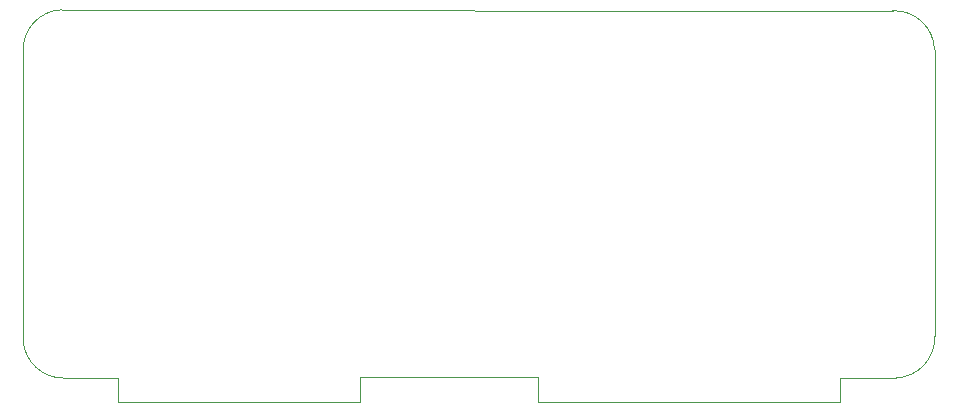
<source format=gbr>
%TF.GenerationSoftware,KiCad,Pcbnew,8.0.4*%
%TF.CreationDate,2024-10-06T22:56:45+03:00*%
%TF.ProjectId,Flipper Zero Protoboard mini,466c6970-7065-4722-905a-65726f205072,rev?*%
%TF.SameCoordinates,Original*%
%TF.FileFunction,Profile,NP*%
%FSLAX46Y46*%
G04 Gerber Fmt 4.6, Leading zero omitted, Abs format (unit mm)*
G04 Created by KiCad (PCBNEW 8.0.4) date 2024-10-06 22:56:45*
%MOMM*%
%LPD*%
G01*
G04 APERTURE LIST*
%TA.AperFunction,Profile*%
%ADD10C,0.050000*%
%TD*%
G04 APERTURE END LIST*
D10*
X50388857Y-83328575D02*
G75*
G02*
X46842769Y-80034751I-138501J3406640D01*
G01*
X124018575Y-79771143D02*
G75*
G02*
X120724751Y-83317231I-3406640J-138501D01*
G01*
X120461143Y-52221425D02*
G75*
G02*
X124007231Y-55515249I138501J-3406640D01*
G01*
X46841425Y-55678857D02*
G75*
G02*
X50135249Y-52132768I3406641J138501D01*
G01*
X115980000Y-83310000D02*
X120724751Y-83317232D01*
X124018575Y-79771143D02*
X124007232Y-55515249D01*
X50135249Y-52132768D02*
X120461143Y-52221425D01*
X46842768Y-80034751D02*
X46841425Y-55678857D01*
X54850000Y-83330000D02*
X50388857Y-83328575D01*
X115980000Y-85330000D02*
X115980000Y-83310000D01*
X90430000Y-85340000D02*
X115980000Y-85330000D01*
X90430000Y-83240000D02*
X90430000Y-85340000D01*
X75340000Y-83230000D02*
X90430000Y-83240000D01*
X75340000Y-85330000D02*
X75340000Y-83230000D01*
X54840000Y-85330000D02*
X75340000Y-85330000D01*
X54850000Y-83330000D02*
X54840000Y-85330000D01*
M02*

</source>
